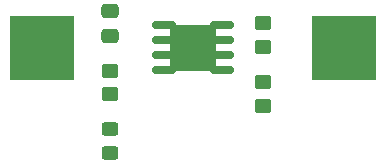
<source format=gbr>
%TF.GenerationSoftware,KiCad,Pcbnew,(6.0.7)*%
%TF.CreationDate,2023-01-27T14:46:33-05:00*%
%TF.ProjectId,Blinky5.0,426c696e-6b79-4352-9e30-2e6b69636164,rev?*%
%TF.SameCoordinates,Original*%
%TF.FileFunction,Paste,Top*%
%TF.FilePolarity,Positive*%
%FSLAX46Y46*%
G04 Gerber Fmt 4.6, Leading zero omitted, Abs format (unit mm)*
G04 Created by KiCad (PCBNEW (6.0.7)) date 2023-01-27 14:46:33*
%MOMM*%
%LPD*%
G01*
G04 APERTURE LIST*
G04 Aperture macros list*
%AMRoundRect*
0 Rectangle with rounded corners*
0 $1 Rounding radius*
0 $2 $3 $4 $5 $6 $7 $8 $9 X,Y pos of 4 corners*
0 Add a 4 corners polygon primitive as box body*
4,1,4,$2,$3,$4,$5,$6,$7,$8,$9,$2,$3,0*
0 Add four circle primitives for the rounded corners*
1,1,$1+$1,$2,$3*
1,1,$1+$1,$4,$5*
1,1,$1+$1,$6,$7*
1,1,$1+$1,$8,$9*
0 Add four rect primitives between the rounded corners*
20,1,$1+$1,$2,$3,$4,$5,0*
20,1,$1+$1,$4,$5,$6,$7,0*
20,1,$1+$1,$6,$7,$8,$9,0*
20,1,$1+$1,$8,$9,$2,$3,0*%
G04 Aperture macros list end*
%ADD10RoundRect,0.250000X-0.450000X0.350000X-0.450000X-0.350000X0.450000X-0.350000X0.450000X0.350000X0*%
%ADD11R,5.500000X5.500000*%
%ADD12R,4.000000X4.000000*%
%ADD13RoundRect,0.250000X0.475000X-0.337500X0.475000X0.337500X-0.475000X0.337500X-0.475000X-0.337500X0*%
%ADD14RoundRect,0.250000X0.450000X-0.325000X0.450000X0.325000X-0.450000X0.325000X-0.450000X-0.325000X0*%
%ADD15RoundRect,0.150000X-0.825000X-0.150000X0.825000X-0.150000X0.825000X0.150000X-0.825000X0.150000X0*%
G04 APERTURE END LIST*
D10*
%TO.C,R2*%
X151000000Y-102000000D03*
X151000000Y-104000000D03*
%TD*%
D11*
%TO.C,BT1*%
X132234000Y-99060000D03*
X157834000Y-99060000D03*
D12*
X145034000Y-99060000D03*
%TD*%
D13*
%TO.C,C1*%
X138000000Y-98037500D03*
X138000000Y-95962500D03*
%TD*%
D10*
%TO.C,R1*%
X151000000Y-97000000D03*
X151000000Y-99000000D03*
%TD*%
D14*
%TO.C,D1*%
X138000000Y-108000000D03*
X138000000Y-105950000D03*
%TD*%
D10*
%TO.C,R3*%
X138000000Y-101000000D03*
X138000000Y-103000000D03*
%TD*%
D15*
%TO.C,U1*%
X142559000Y-97155000D03*
X142559000Y-98425000D03*
X142559000Y-99695000D03*
X142559000Y-100965000D03*
X147509000Y-100965000D03*
X147509000Y-99695000D03*
X147509000Y-98425000D03*
X147509000Y-97155000D03*
%TD*%
M02*

</source>
